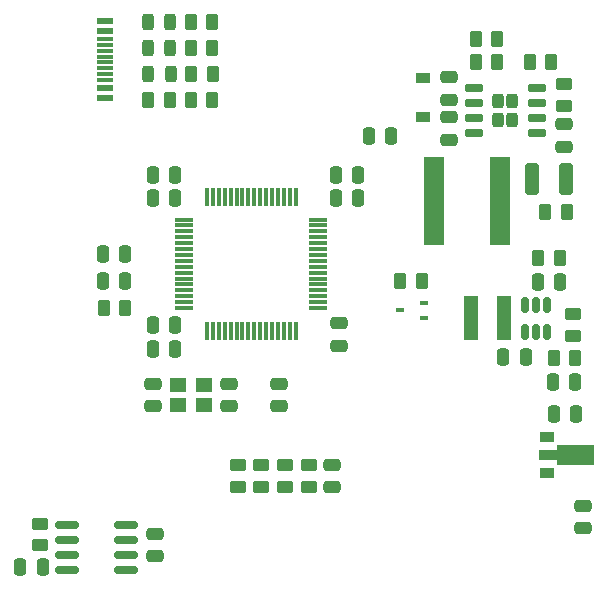
<source format=gtp>
G04 #@! TF.GenerationSoftware,KiCad,Pcbnew,(6.0.7-1)-1*
G04 #@! TF.CreationDate,2022-12-09T20:13:00+01:00*
G04 #@! TF.ProjectId,ESC-logic,4553432d-6c6f-4676-9963-2e6b69636164,rev?*
G04 #@! TF.SameCoordinates,Original*
G04 #@! TF.FileFunction,Paste,Top*
G04 #@! TF.FilePolarity,Positive*
%FSLAX46Y46*%
G04 Gerber Fmt 4.6, Leading zero omitted, Abs format (unit mm)*
G04 Created by KiCad (PCBNEW (6.0.7-1)-1) date 2022-12-09 20:13:00*
%MOMM*%
%LPD*%
G01*
G04 APERTURE LIST*
G04 Aperture macros list*
%AMRoundRect*
0 Rectangle with rounded corners*
0 $1 Rounding radius*
0 $2 $3 $4 $5 $6 $7 $8 $9 X,Y pos of 4 corners*
0 Add a 4 corners polygon primitive as box body*
4,1,4,$2,$3,$4,$5,$6,$7,$8,$9,$2,$3,0*
0 Add four circle primitives for the rounded corners*
1,1,$1+$1,$2,$3*
1,1,$1+$1,$4,$5*
1,1,$1+$1,$6,$7*
1,1,$1+$1,$8,$9*
0 Add four rect primitives between the rounded corners*
20,1,$1+$1,$2,$3,$4,$5,0*
20,1,$1+$1,$4,$5,$6,$7,0*
20,1,$1+$1,$6,$7,$8,$9,0*
20,1,$1+$1,$8,$9,$2,$3,0*%
%AMFreePoly0*
4,1,9,3.862500,-0.866500,0.737500,-0.866500,0.737500,-0.450000,-0.737500,-0.450000,-0.737500,0.450000,0.737500,0.450000,0.737500,0.866500,3.862500,0.866500,3.862500,-0.866500,3.862500,-0.866500,$1*%
G04 Aperture macros list end*
%ADD10RoundRect,0.075000X0.075000X-0.700000X0.075000X0.700000X-0.075000X0.700000X-0.075000X-0.700000X0*%
%ADD11RoundRect,0.075000X0.700000X-0.075000X0.700000X0.075000X-0.700000X0.075000X-0.700000X-0.075000X0*%
%ADD12RoundRect,0.250000X0.262500X0.450000X-0.262500X0.450000X-0.262500X-0.450000X0.262500X-0.450000X0*%
%ADD13RoundRect,0.250000X-0.475000X0.250000X-0.475000X-0.250000X0.475000X-0.250000X0.475000X0.250000X0*%
%ADD14RoundRect,0.250000X-0.262500X-0.450000X0.262500X-0.450000X0.262500X0.450000X-0.262500X0.450000X0*%
%ADD15RoundRect,0.250000X0.450000X-0.262500X0.450000X0.262500X-0.450000X0.262500X-0.450000X-0.262500X0*%
%ADD16RoundRect,0.150000X0.150000X-0.512500X0.150000X0.512500X-0.150000X0.512500X-0.150000X-0.512500X0*%
%ADD17RoundRect,0.243750X-0.243750X-0.456250X0.243750X-0.456250X0.243750X0.456250X-0.243750X0.456250X0*%
%ADD18RoundRect,0.242500X0.242500X0.382500X-0.242500X0.382500X-0.242500X-0.382500X0.242500X-0.382500X0*%
%ADD19RoundRect,0.150000X0.650000X0.150000X-0.650000X0.150000X-0.650000X-0.150000X0.650000X-0.150000X0*%
%ADD20RoundRect,0.250000X-0.250000X-0.475000X0.250000X-0.475000X0.250000X0.475000X-0.250000X0.475000X0*%
%ADD21RoundRect,0.250000X0.250000X0.475000X-0.250000X0.475000X-0.250000X-0.475000X0.250000X-0.475000X0*%
%ADD22R,1.800000X7.500000*%
%ADD23R,1.300000X0.900000*%
%ADD24FreePoly0,0.000000*%
%ADD25RoundRect,0.250000X0.475000X-0.250000X0.475000X0.250000X-0.475000X0.250000X-0.475000X-0.250000X0*%
%ADD26R,1.200000X3.700000*%
%ADD27R,1.200000X0.900000*%
%ADD28R,1.400000X1.200000*%
%ADD29RoundRect,0.150000X0.825000X0.150000X-0.825000X0.150000X-0.825000X-0.150000X0.825000X-0.150000X0*%
%ADD30R,0.700000X0.450000*%
%ADD31RoundRect,0.250000X0.325000X1.100000X-0.325000X1.100000X-0.325000X-1.100000X0.325000X-1.100000X0*%
%ADD32R,1.450000X0.600000*%
%ADD33R,1.450000X0.300000*%
G04 APERTURE END LIST*
D10*
X114650000Y-96475000D03*
X115150000Y-96475000D03*
X115650000Y-96475000D03*
X116150000Y-96475000D03*
X116650000Y-96475000D03*
X117150000Y-96475000D03*
X117650000Y-96475000D03*
X118150000Y-96475000D03*
X118650000Y-96475000D03*
X119150000Y-96475000D03*
X119650000Y-96475000D03*
X120150000Y-96475000D03*
X120650000Y-96475000D03*
X121150000Y-96475000D03*
X121650000Y-96475000D03*
X122150000Y-96475000D03*
D11*
X124075000Y-94550000D03*
X124075000Y-94050000D03*
X124075000Y-93550000D03*
X124075000Y-93050000D03*
X124075000Y-92550000D03*
X124075000Y-92050000D03*
X124075000Y-91550000D03*
X124075000Y-91050000D03*
X124075000Y-90550000D03*
X124075000Y-90050000D03*
X124075000Y-89550000D03*
X124075000Y-89050000D03*
X124075000Y-88550000D03*
X124075000Y-88050000D03*
X124075000Y-87550000D03*
X124075000Y-87050000D03*
D10*
X122150000Y-85125000D03*
X121650000Y-85125000D03*
X121150000Y-85125000D03*
X120650000Y-85125000D03*
X120150000Y-85125000D03*
X119650000Y-85125000D03*
X119150000Y-85125000D03*
X118650000Y-85125000D03*
X118150000Y-85125000D03*
X117650000Y-85125000D03*
X117150000Y-85125000D03*
X116650000Y-85125000D03*
X116150000Y-85125000D03*
X115650000Y-85125000D03*
X115150000Y-85125000D03*
X114650000Y-85125000D03*
D11*
X112725000Y-87050000D03*
X112725000Y-87550000D03*
X112725000Y-88050000D03*
X112725000Y-88550000D03*
X112725000Y-89050000D03*
X112725000Y-89550000D03*
X112725000Y-90050000D03*
X112725000Y-90550000D03*
X112725000Y-91050000D03*
X112725000Y-91550000D03*
X112725000Y-92050000D03*
X112725000Y-92550000D03*
X112725000Y-93050000D03*
X112725000Y-93550000D03*
X112725000Y-94050000D03*
X112725000Y-94550000D03*
D12*
X115125000Y-74700000D03*
X113300000Y-74700000D03*
D13*
X125800000Y-95850000D03*
X125800000Y-97750000D03*
X125250000Y-107800000D03*
X125250000Y-109700000D03*
D14*
X143987500Y-98800000D03*
X145812500Y-98800000D03*
D15*
X100500000Y-114612500D03*
X100500000Y-112787500D03*
D12*
X143812500Y-73700000D03*
X141987500Y-73700000D03*
D13*
X116550000Y-100940000D03*
X116550000Y-102840000D03*
D16*
X141550000Y-96537500D03*
X142500000Y-96537500D03*
X143450000Y-96537500D03*
X143450000Y-94262500D03*
X142500000Y-94262500D03*
X141550000Y-94262500D03*
D15*
X119250000Y-109662500D03*
X119250000Y-107837500D03*
D13*
X146500000Y-111300000D03*
X146500000Y-113200000D03*
D12*
X115100000Y-70300000D03*
X113275000Y-70300000D03*
D14*
X109687500Y-76900000D03*
X111512500Y-76900000D03*
D17*
X109687500Y-74700000D03*
X111562500Y-74700000D03*
D18*
X140500000Y-77050000D03*
X140500000Y-78600000D03*
X139300000Y-78600000D03*
X139300000Y-77050000D03*
D19*
X142550000Y-79730000D03*
X142550000Y-78460000D03*
X142550000Y-77190000D03*
X142550000Y-75920000D03*
X137250000Y-75920000D03*
X137250000Y-77190000D03*
X137250000Y-78460000D03*
X137250000Y-79730000D03*
D15*
X117250000Y-109662500D03*
X117250000Y-107837500D03*
D20*
X125550000Y-83250000D03*
X127450000Y-83250000D03*
D17*
X109650000Y-70300000D03*
X111525000Y-70300000D03*
D21*
X107750000Y-92250000D03*
X105850000Y-92250000D03*
D14*
X105887500Y-94500000D03*
X107712500Y-94500000D03*
D22*
X139500000Y-85500000D03*
X133900000Y-85500000D03*
D21*
X141650000Y-98700000D03*
X139750000Y-98700000D03*
D23*
X143400000Y-105500000D03*
D24*
X143487500Y-107000000D03*
D23*
X143400000Y-108500000D03*
D25*
X135100000Y-76900000D03*
X135100000Y-75000000D03*
D14*
X137387500Y-73725000D03*
X139212500Y-73725000D03*
D21*
X145900000Y-103500000D03*
X144000000Y-103500000D03*
X111950000Y-96000000D03*
X110050000Y-96000000D03*
D20*
X142650000Y-92300000D03*
X144550000Y-92300000D03*
D12*
X132812500Y-92250000D03*
X130987500Y-92250000D03*
D15*
X123250000Y-109662500D03*
X123250000Y-107837500D03*
D12*
X139212500Y-71750000D03*
X137387500Y-71750000D03*
D15*
X121250000Y-109662500D03*
X121250000Y-107837500D03*
D13*
X144900000Y-79000000D03*
X144900000Y-80900000D03*
D26*
X139800000Y-95400000D03*
X137000000Y-95400000D03*
D17*
X109652500Y-72500000D03*
X111527500Y-72500000D03*
D13*
X110250000Y-113650000D03*
X110250000Y-115550000D03*
D27*
X132900000Y-78400000D03*
X132900000Y-75100000D03*
D28*
X112200000Y-102750000D03*
X114400000Y-102750000D03*
X114400000Y-101050000D03*
X112200000Y-101050000D03*
D14*
X142687500Y-90300000D03*
X144512500Y-90300000D03*
D29*
X107775000Y-116705000D03*
X107775000Y-115435000D03*
X107775000Y-114165000D03*
X107775000Y-112895000D03*
X102825000Y-112895000D03*
X102825000Y-114165000D03*
X102825000Y-115435000D03*
X102825000Y-116705000D03*
D30*
X133000000Y-95400000D03*
X133000000Y-94100000D03*
X131000000Y-94750000D03*
D31*
X145075000Y-83600000D03*
X142125000Y-83600000D03*
D12*
X115102500Y-72505000D03*
X113277500Y-72505000D03*
D20*
X98850000Y-116500000D03*
X100750000Y-116500000D03*
D15*
X144900000Y-77412500D03*
X144900000Y-75587500D03*
D25*
X110100000Y-102850000D03*
X110100000Y-100950000D03*
D21*
X111950000Y-85250000D03*
X110050000Y-85250000D03*
D15*
X145600000Y-96912500D03*
X145600000Y-95087500D03*
D13*
X135100000Y-78400000D03*
X135100000Y-80300000D03*
D21*
X130250000Y-80000000D03*
X128350000Y-80000000D03*
X107750000Y-90000000D03*
X105850000Y-90000000D03*
X111950000Y-83250000D03*
X110050000Y-83250000D03*
D12*
X115112500Y-76900000D03*
X113287500Y-76900000D03*
D20*
X125550000Y-85250000D03*
X127450000Y-85250000D03*
D21*
X111950000Y-98000000D03*
X110050000Y-98000000D03*
D12*
X145112500Y-86400000D03*
X143287500Y-86400000D03*
D13*
X120750000Y-100950000D03*
X120750000Y-102850000D03*
D32*
X106045000Y-70250000D03*
X106045000Y-71050000D03*
D33*
X106045000Y-72250000D03*
X106045000Y-73250000D03*
X106045000Y-73750000D03*
X106045000Y-74750000D03*
D32*
X106045000Y-75950000D03*
X106045000Y-76750000D03*
X106045000Y-76750000D03*
X106045000Y-75950000D03*
D33*
X106045000Y-75250000D03*
X106045000Y-74250000D03*
X106045000Y-72750000D03*
X106045000Y-71750000D03*
D32*
X106045000Y-71050000D03*
X106045000Y-70250000D03*
D20*
X143950000Y-100800000D03*
X145850000Y-100800000D03*
M02*

</source>
